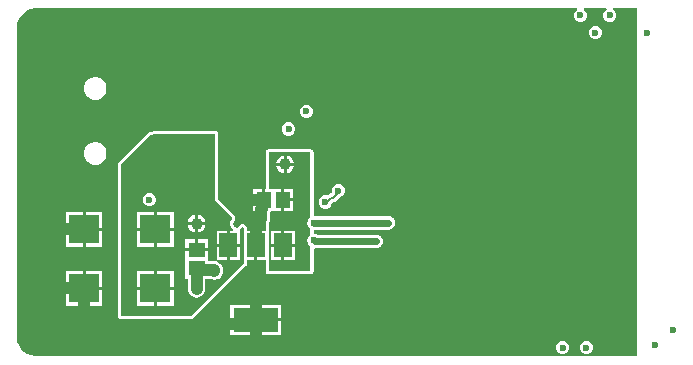
<source format=gbl>
G04*
G04 #@! TF.GenerationSoftware,Altium Limited,Altium Designer,22.10.1 (41)*
G04*
G04 Layer_Physical_Order=4*
G04 Layer_Color=16711680*
%FSLAX25Y25*%
%MOIN*%
G70*
G04*
G04 #@! TF.SameCoordinates,E8527AC8-6374-4482-B45D-AD16E201B1AE*
G04*
G04*
G04 #@! TF.FilePolarity,Positive*
G04*
G01*
G75*
%ADD24R,0.05118X0.05512*%
%ADD27C,0.03937*%
%ADD31C,0.03937*%
%ADD32C,0.00826*%
%ADD33C,0.02362*%
%ADD36C,0.02362*%
%ADD40R,0.05512X0.05118*%
%ADD41R,0.10039X0.09646*%
%ADD42R,0.05906X0.07874*%
%ADD43R,0.14961X0.07874*%
G36*
X357435Y109287D02*
X156805D01*
X155481Y109551D01*
X154234Y110067D01*
X153111Y110818D01*
X152156Y111772D01*
X151406Y112895D01*
X150889Y114142D01*
X150626Y115467D01*
Y116142D01*
Y218504D01*
Y219179D01*
X150889Y220503D01*
X151406Y221751D01*
X152156Y222873D01*
X153111Y223828D01*
X154234Y224578D01*
X155481Y225095D01*
X156805Y225358D01*
X337432D01*
X337531Y224858D01*
X337347Y224782D01*
X336734Y224169D01*
X336402Y223367D01*
Y222499D01*
X336734Y221698D01*
X337347Y221084D01*
X338149Y220752D01*
X339017D01*
X339818Y221084D01*
X340432Y221698D01*
X340764Y222499D01*
Y223367D01*
X340432Y224169D01*
X339818Y224782D01*
X339634Y224858D01*
X339733Y225358D01*
X347274D01*
X347374Y224858D01*
X347190Y224782D01*
X346576Y224169D01*
X346244Y223367D01*
Y222499D01*
X346576Y221698D01*
X347190Y221084D01*
X347991Y220752D01*
X348859D01*
X349661Y221084D01*
X350274Y221698D01*
X350606Y222499D01*
Y223367D01*
X350274Y224169D01*
X349661Y224782D01*
X349477Y224858D01*
X349576Y225358D01*
X357435D01*
Y109287D01*
D02*
G37*
%LPC*%
G36*
X343970Y219397D02*
X343103D01*
X342301Y219065D01*
X341687Y218451D01*
X341355Y217649D01*
Y216782D01*
X341687Y215980D01*
X342301Y215367D01*
X343103Y215035D01*
X343970D01*
X344772Y215367D01*
X345385Y215980D01*
X345717Y216782D01*
Y217649D01*
X345385Y218451D01*
X344772Y219065D01*
X343970Y219397D01*
D02*
G37*
G36*
X177345Y202378D02*
X176356D01*
X175401Y202122D01*
X174544Y201627D01*
X173845Y200928D01*
X173351Y200072D01*
X173094Y199117D01*
Y198128D01*
X173351Y197172D01*
X173845Y196316D01*
X174544Y195617D01*
X175401Y195122D01*
X176356Y194866D01*
X177345D01*
X178300Y195122D01*
X179157Y195617D01*
X179856Y196316D01*
X180350Y197172D01*
X180606Y198128D01*
Y199117D01*
X180350Y200072D01*
X179856Y200928D01*
X179157Y201627D01*
X178300Y202122D01*
X177345Y202378D01*
D02*
G37*
G36*
X247678Y193126D02*
X246810D01*
X246009Y192794D01*
X245395Y192180D01*
X245063Y191379D01*
Y190511D01*
X245395Y189709D01*
X246009Y189096D01*
X246810Y188764D01*
X247678D01*
X248480Y189096D01*
X249093Y189709D01*
X249425Y190511D01*
Y191379D01*
X249093Y192180D01*
X248480Y192794D01*
X247678Y193126D01*
D02*
G37*
G36*
X241772Y187221D02*
X240905D01*
X240103Y186888D01*
X239490Y186275D01*
X239158Y185473D01*
Y184606D01*
X239490Y183804D01*
X240103Y183190D01*
X240905Y182858D01*
X241772D01*
X242574Y183190D01*
X243188Y183804D01*
X243520Y184606D01*
Y185473D01*
X243188Y186275D01*
X242574Y186888D01*
X241772Y187221D01*
D02*
G37*
G36*
X177345Y180724D02*
X176356D01*
X175401Y180468D01*
X174544Y179974D01*
X173845Y179275D01*
X173351Y178418D01*
X173094Y177463D01*
Y176474D01*
X173351Y175519D01*
X173845Y174662D01*
X174544Y173963D01*
X175401Y173469D01*
X176356Y173213D01*
X177345D01*
X178300Y173469D01*
X179157Y173963D01*
X179856Y174662D01*
X180350Y175519D01*
X180606Y176474D01*
Y177463D01*
X180350Y178418D01*
X179856Y179275D01*
X179157Y179974D01*
X178300Y180468D01*
X177345Y180724D01*
D02*
G37*
G36*
X258308Y166710D02*
X257440D01*
X256639Y166378D01*
X256025Y165765D01*
X255693Y164963D01*
Y164095D01*
X255727Y164013D01*
X255401Y163595D01*
X255384D01*
X254833Y163485D01*
X254366Y163173D01*
X254366Y163173D01*
X254066Y162873D01*
X253977Y162909D01*
X253110D01*
X252308Y162577D01*
X251694Y161964D01*
X251362Y161162D01*
Y160294D01*
X251694Y159493D01*
X252308Y158879D01*
X253110Y158547D01*
X253977D01*
X254779Y158879D01*
X255392Y159493D01*
X255724Y160294D01*
Y160456D01*
X255981Y160713D01*
X256125D01*
X256125Y160713D01*
X256677Y160823D01*
X257144Y161135D01*
X258321Y162312D01*
X258321Y162312D01*
X258360Y162370D01*
X259109Y162680D01*
X259723Y163294D01*
X260055Y164095D01*
Y164963D01*
X259723Y165765D01*
X259109Y166378D01*
X258308Y166710D01*
D02*
G37*
G36*
X232571Y165173D02*
X229512D01*
Y161917D01*
X232571D01*
Y165173D01*
D02*
G37*
G36*
Y160917D02*
X229512D01*
Y157661D01*
X232571D01*
Y160917D01*
D02*
G37*
G36*
X179150Y157398D02*
X173630D01*
Y152075D01*
X179150D01*
Y157398D01*
D02*
G37*
G36*
X172630D02*
X167110D01*
Y152075D01*
X172630D01*
Y157398D01*
D02*
G37*
G36*
X248622Y178283D02*
X234646D01*
X234256Y178206D01*
X233925Y177985D01*
X233704Y177654D01*
X233626Y177264D01*
Y165173D01*
X233571D01*
Y161417D01*
Y157661D01*
X233777D01*
X234257Y157517D01*
X234258Y157517D01*
Y155579D01*
X234182Y155003D01*
X233986Y154529D01*
X233837Y154335D01*
X233778Y154215D01*
X233704Y154104D01*
X233691Y154038D01*
X233661Y153978D01*
X233652Y153845D01*
X233626Y153714D01*
Y151197D01*
X230815D01*
Y146260D01*
Y141323D01*
X233626D01*
Y137795D01*
X233704Y137405D01*
X233925Y137074D01*
X234256Y136853D01*
X234646Y136776D01*
X248622D01*
X249012Y136853D01*
X249343Y137074D01*
X249564Y137405D01*
X249642Y137795D01*
Y145104D01*
X250028Y145421D01*
X250063Y145414D01*
X250063Y145414D01*
X270571D01*
X270786Y145457D01*
X271005D01*
X271207Y145540D01*
X271422Y145583D01*
X271604Y145705D01*
X271806Y145789D01*
X271961Y145944D01*
X272143Y146065D01*
X272265Y146247D01*
X272420Y146402D01*
X272504Y146605D01*
X272625Y146787D01*
X272668Y147002D01*
X272752Y147204D01*
Y147423D01*
X272795Y147638D01*
X272752Y147853D01*
Y148072D01*
X272668Y148274D01*
X272625Y148489D01*
X272504Y148671D01*
X272420Y148873D01*
X272265Y149028D01*
X272143Y149210D01*
X271961Y149332D01*
X271806Y149487D01*
X271604Y149571D01*
X271422Y149692D01*
X271207Y149735D01*
X271005Y149819D01*
X270786D01*
X270571Y149862D01*
X250794D01*
X250647Y149960D01*
X250432Y150002D01*
X250230Y150086D01*
X250011D01*
X249796Y150129D01*
X249642Y150256D01*
Y151403D01*
X249793Y151527D01*
X274518D01*
X274518Y151527D01*
X275369Y151696D01*
X275754Y151953D01*
X275842Y151989D01*
X275909Y152056D01*
X276091Y152178D01*
X276179Y152266D01*
X276301Y152448D01*
X276455Y152603D01*
X276539Y152805D01*
X276661Y152988D01*
X276704Y153202D01*
X276787Y153405D01*
Y153624D01*
X276830Y153839D01*
X276787Y154053D01*
Y154272D01*
X276704Y154475D01*
X276661Y154690D01*
X276539Y154872D01*
X276455Y155074D01*
X276301Y155229D01*
X276179Y155411D01*
X275997Y155533D01*
X275842Y155688D01*
X275639Y155772D01*
X275457Y155893D01*
X275242Y155936D01*
X275040Y156020D01*
X274821D01*
X274606Y156062D01*
X274391Y156020D01*
X274172D01*
X274063Y155974D01*
X249793D01*
X249642Y156098D01*
Y177264D01*
X249564Y177654D01*
X249343Y177985D01*
X249012Y178206D01*
X248622Y178283D01*
D02*
G37*
G36*
X179150Y151075D02*
X173630D01*
Y145752D01*
X179150D01*
Y151075D01*
D02*
G37*
G36*
X172630D02*
X167110D01*
Y145752D01*
X172630D01*
Y151075D01*
D02*
G37*
G36*
X179150Y137713D02*
X173630D01*
Y132390D01*
X179150D01*
Y137713D01*
D02*
G37*
G36*
X172630D02*
X167110D01*
Y132390D01*
X172630D01*
Y137713D01*
D02*
G37*
G36*
X179150Y131390D02*
X173630D01*
Y126067D01*
X179150D01*
Y131390D01*
D02*
G37*
G36*
X172630D02*
X167110D01*
Y126067D01*
X172630D01*
Y131390D01*
D02*
G37*
G36*
X238795Y126394D02*
X230815D01*
Y121957D01*
X238795D01*
Y126394D01*
D02*
G37*
G36*
X229815D02*
X221835D01*
Y121957D01*
X229815D01*
Y126394D01*
D02*
G37*
G36*
X216929Y184386D02*
X196490D01*
X196100Y184308D01*
X195921Y184189D01*
X195408Y183976D01*
X195161D01*
X194771Y183899D01*
X194440Y183678D01*
X184810Y174048D01*
X184590Y173717D01*
X184512Y173327D01*
Y122638D01*
X184590Y122248D01*
X184810Y121917D01*
X185141Y121696D01*
X185531Y121618D01*
X208760Y121618D01*
X209150Y121696D01*
X209481Y121917D01*
X227099Y139535D01*
X227320Y139866D01*
X227397Y140256D01*
Y141323D01*
X229815D01*
Y146260D01*
Y151197D01*
X227397D01*
Y151968D01*
X227396Y151977D01*
X227397Y151987D01*
X227357Y152172D01*
X227320Y152358D01*
X227314Y152366D01*
X227312Y152376D01*
X227204Y152531D01*
X227099Y152688D01*
X227091Y152694D01*
X227085Y152702D01*
X226702Y153070D01*
X226622Y153122D01*
X226554Y153188D01*
X226456Y153228D01*
X226367Y153285D01*
X226273Y153301D01*
X226185Y153337D01*
X226079Y153336D01*
X225976Y153355D01*
X225882Y153334D01*
X225787Y153333D01*
X225656Y153306D01*
X225568Y153268D01*
X225475Y153250D01*
X225387Y153191D01*
X225290Y153150D01*
X225223Y153082D01*
X225144Y153029D01*
X224568Y152453D01*
X224548Y152441D01*
X224534Y152422D01*
X224514Y152408D01*
X224416Y152262D01*
X224312Y152120D01*
X224306Y152097D01*
X224293Y152077D01*
X224235Y152061D01*
X223862Y152075D01*
X223720Y152087D01*
X223652Y152188D01*
X223633Y152237D01*
X223592Y152279D01*
X223504Y152412D01*
X223501Y152414D01*
X223499Y152418D01*
X223031Y152885D01*
X222854Y153312D01*
Y153774D01*
X223031Y154201D01*
X223165Y154335D01*
X223166Y154337D01*
X223168Y154338D01*
X223276Y154502D01*
X223386Y154666D01*
X223387Y154668D01*
X223388Y154669D01*
X223425Y154862D01*
X223464Y155057D01*
X223464Y155058D01*
X223464Y155060D01*
X223462Y155756D01*
X223460Y155764D01*
X223462Y155772D01*
X223421Y155959D01*
X223383Y156146D01*
X223378Y156153D01*
X223376Y156161D01*
X223267Y156317D01*
X223161Y156476D01*
X223154Y156480D01*
X223149Y156487D01*
X217949Y161488D01*
Y183366D01*
X217871Y183756D01*
X217650Y184087D01*
X217319Y184308D01*
X216929Y184386D01*
D02*
G37*
G36*
X238795Y120957D02*
X230815D01*
Y116520D01*
X238795D01*
Y120957D01*
D02*
G37*
G36*
X229815D02*
X221835D01*
Y116520D01*
X229815D01*
Y120957D01*
D02*
G37*
G36*
X340985Y114386D02*
X340117D01*
X339316Y114054D01*
X338702Y113440D01*
X338370Y112639D01*
Y111771D01*
X338702Y110969D01*
X339316Y110356D01*
X340117Y110024D01*
X340985D01*
X341787Y110356D01*
X342400Y110969D01*
X342732Y111771D01*
Y112639D01*
X342400Y113440D01*
X341787Y114054D01*
X340985Y114386D01*
D02*
G37*
G36*
X333111D02*
X332243D01*
X331442Y114054D01*
X330828Y113440D01*
X330496Y112639D01*
Y111771D01*
X330828Y110969D01*
X331442Y110356D01*
X332243Y110024D01*
X333111D01*
X333913Y110356D01*
X334526Y110969D01*
X334858Y111771D01*
Y112639D01*
X334526Y113440D01*
X333913Y114054D01*
X333111Y114386D01*
D02*
G37*
%LPD*%
G36*
X248622Y155626D02*
X248557Y155600D01*
X248402Y155445D01*
X248220Y155323D01*
X248098Y155141D01*
X247943Y154986D01*
X247860Y154784D01*
X247738Y154602D01*
X247695Y154387D01*
X247611Y154184D01*
Y153965D01*
X247569Y153751D01*
X247611Y153536D01*
Y153317D01*
X247695Y153114D01*
X247738Y152900D01*
X247860Y152717D01*
X247943Y152515D01*
X248098Y152360D01*
X248220Y152178D01*
X248402Y152056D01*
X248557Y151901D01*
X248622Y151875D01*
Y149779D01*
X248561Y149754D01*
X248406Y149599D01*
X248223Y149477D01*
X248102Y149295D01*
X247947Y149141D01*
X247863Y148938D01*
X247741Y148756D01*
X247699Y148541D01*
X247615Y148339D01*
Y148120D01*
X247572Y147905D01*
X247615Y147690D01*
Y147471D01*
X247699Y147269D01*
X247741Y147054D01*
X247863Y146872D01*
X247947Y146669D01*
X248102Y146515D01*
X248223Y146333D01*
X248491Y146065D01*
X248491Y146065D01*
X248622Y145977D01*
Y137795D01*
X234646D01*
Y153714D01*
X234876Y154015D01*
X235088Y154525D01*
X235176Y154737D01*
X235278Y155512D01*
Y157517D01*
X235285Y157534D01*
X235338Y157661D01*
X238870D01*
Y161417D01*
Y165173D01*
X234646D01*
Y177264D01*
X248622D01*
Y155626D01*
D02*
G37*
%LPC*%
G36*
X240657Y176168D02*
Y173728D01*
X243097D01*
X242924Y174374D01*
X242533Y175051D01*
X241980Y175604D01*
X241303Y175995D01*
X240657Y176168D01*
D02*
G37*
G36*
X239657Y176168D02*
X239012Y175995D01*
X238335Y175604D01*
X237782Y175051D01*
X237391Y174374D01*
X237218Y173728D01*
X239657D01*
Y176168D01*
D02*
G37*
G36*
X243097Y172728D02*
X240657D01*
Y170289D01*
X241303Y170462D01*
X241980Y170853D01*
X242533Y171406D01*
X242924Y172082D01*
X243097Y172728D01*
D02*
G37*
G36*
X239657D02*
X237218D01*
X237391Y172082D01*
X237782Y171406D01*
X238335Y170853D01*
X239012Y170462D01*
X239657Y170289D01*
Y172728D01*
D02*
G37*
G36*
X242929Y165173D02*
X239870D01*
Y161917D01*
X242929D01*
Y165173D01*
D02*
G37*
G36*
Y160917D02*
X239870D01*
Y157661D01*
X242929D01*
Y160917D01*
D02*
G37*
G36*
X243323Y151197D02*
X239870D01*
Y146760D01*
X243323D01*
Y151197D01*
D02*
G37*
G36*
X238870D02*
X235417D01*
Y146760D01*
X238870D01*
Y151197D01*
D02*
G37*
G36*
X243323Y145760D02*
X239870D01*
Y141323D01*
X243323D01*
Y145760D01*
D02*
G37*
G36*
X238870D02*
X235417D01*
Y141323D01*
X238870D01*
Y145760D01*
D02*
G37*
%LPD*%
G36*
X216929Y161054D02*
X222442Y155752D01*
X222444Y155057D01*
X222167Y154779D01*
X221835Y153977D01*
Y153110D01*
X222167Y152308D01*
X222778Y151697D01*
X222778Y151682D01*
X222674Y151197D01*
X221760D01*
Y146760D01*
X225213D01*
Y151137D01*
X225213Y151197D01*
X225235Y151688D01*
X225251Y151694D01*
X225865Y152308D01*
X225996Y152335D01*
X226378Y151968D01*
Y151197D01*
X226362D01*
Y141323D01*
X226378D01*
Y140256D01*
X208760Y122638D01*
X185531Y122638D01*
Y173327D01*
X195161Y182957D01*
X195611D01*
X196413Y183289D01*
X196490Y183366D01*
X216929D01*
Y161054D01*
D02*
G37*
%LPC*%
G36*
X195316Y163598D02*
X194448D01*
X193646Y163266D01*
X193033Y162653D01*
X192701Y161851D01*
Y160984D01*
X193033Y160182D01*
X193646Y159568D01*
X194448Y159236D01*
X195316D01*
X196117Y159568D01*
X196731Y160182D01*
X197063Y160984D01*
Y161851D01*
X196731Y162653D01*
X196117Y163266D01*
X195316Y163598D01*
D02*
G37*
G36*
X211130Y156483D02*
Y154043D01*
X213569D01*
X213396Y154689D01*
X213005Y155366D01*
X212453Y155919D01*
X211776Y156309D01*
X211130Y156483D01*
D02*
G37*
G36*
X210130D02*
X209484Y156309D01*
X208807Y155919D01*
X208255Y155366D01*
X207864Y154689D01*
X207691Y154043D01*
X210130D01*
Y156483D01*
D02*
G37*
G36*
X202969Y157398D02*
X197449D01*
Y152075D01*
X202969D01*
Y157398D01*
D02*
G37*
G36*
X196449D02*
X190929D01*
Y152075D01*
X196449D01*
Y157398D01*
D02*
G37*
G36*
X213569Y153043D02*
X211130D01*
Y150604D01*
X211776Y150777D01*
X212453Y151168D01*
X213005Y151721D01*
X213396Y152398D01*
X213569Y153043D01*
D02*
G37*
G36*
X210130D02*
X207691D01*
X207864Y152398D01*
X208255Y151721D01*
X208807Y151168D01*
X209484Y150777D01*
X210130Y150604D01*
Y153043D01*
D02*
G37*
G36*
X220760Y151197D02*
X217307D01*
Y146760D01*
X220760D01*
Y151197D01*
D02*
G37*
G36*
X202969Y151075D02*
X197449D01*
Y145752D01*
X202969D01*
Y151075D01*
D02*
G37*
G36*
X196449D02*
X190929D01*
Y145752D01*
X196449D01*
Y151075D01*
D02*
G37*
G36*
X214386Y148441D02*
X211130D01*
Y145382D01*
X214386D01*
Y148441D01*
D02*
G37*
G36*
X210130D02*
X206874D01*
Y145382D01*
X210130D01*
Y148441D01*
D02*
G37*
G36*
X225213Y145760D02*
X221760D01*
Y141323D01*
X225213D01*
Y145760D01*
D02*
G37*
G36*
X220760D02*
X217307D01*
Y141323D01*
X220760D01*
Y145760D01*
D02*
G37*
G36*
X214386Y144382D02*
X206874D01*
Y141323D01*
Y135024D01*
X207636D01*
Y131874D01*
X207738Y131099D01*
X208037Y130377D01*
X208513Y129757D01*
X209133Y129281D01*
X209855Y128982D01*
X210630Y128880D01*
X211405Y128982D01*
X212127Y129281D01*
X212747Y129757D01*
X213223Y130377D01*
X213522Y131099D01*
X213624Y131874D01*
Y134998D01*
X215532D01*
X215760Y134903D01*
X216535Y134801D01*
X217310Y134903D01*
X218033Y135202D01*
X218653Y135678D01*
X219128Y136298D01*
X219427Y137020D01*
X219530Y137795D01*
X219427Y138570D01*
X219128Y139292D01*
X218653Y139912D01*
X218456Y140109D01*
X217836Y140585D01*
X217113Y140884D01*
X216339Y140986D01*
X214386D01*
Y141323D01*
Y144382D01*
D02*
G37*
G36*
X202969Y137713D02*
X197449D01*
Y132390D01*
X202969D01*
Y137713D01*
D02*
G37*
G36*
X196449D02*
X190929D01*
Y132390D01*
X196449D01*
Y137713D01*
D02*
G37*
G36*
X202969Y131390D02*
X197449D01*
Y126067D01*
X202969D01*
Y131390D01*
D02*
G37*
G36*
X196449D02*
X190929D01*
Y126067D01*
X196449D01*
Y131390D01*
D02*
G37*
%LPD*%
D24*
X233071Y161417D02*
D03*
X239370D02*
D03*
D27*
X240158Y173228D02*
D03*
X210630Y153543D02*
D03*
D31*
X230315D02*
X232283Y155512D01*
Y158324D01*
X226378Y161417D02*
X233071D01*
X230315Y121457D02*
Y127953D01*
X228937Y120079D02*
X230315Y121457D01*
X218504Y120079D02*
X228937D01*
X230315Y114173D02*
Y121457D01*
X232283Y158324D02*
X232480Y158520D01*
Y160827D01*
X233071Y161417D01*
X230315Y146260D02*
Y153543D01*
X210630Y138583D02*
X211221Y137992D01*
X216339D01*
X216535Y137795D01*
X210630Y131874D02*
Y138583D01*
X173130Y122146D02*
X173228Y122047D01*
X173130Y122146D02*
Y131890D01*
X163386D02*
X173130D01*
X163386Y151575D02*
X173130D01*
D32*
X255384Y162154D02*
X256125D01*
X253543Y160728D02*
X253959D01*
X256125Y162154D02*
X257302Y163331D01*
X253959Y160728D02*
X255384Y162154D01*
X257302Y163542D02*
X257874Y164114D01*
Y164529D01*
X257302Y163331D02*
Y163542D01*
D33*
X249793Y153751D02*
X274518D01*
X274606Y153839D01*
X250063Y147638D02*
X270571D01*
X249796Y147905D02*
X250063Y147638D01*
D36*
X360728Y216929D02*
D03*
X249796Y147905D02*
D03*
X253543Y160728D02*
D03*
X257283Y141634D02*
D03*
X245965Y156988D02*
D03*
X245768Y141831D02*
D03*
X246161Y161417D02*
D03*
X242618Y167913D02*
D03*
X236221Y168012D02*
D03*
X214173Y185630D02*
D03*
X195177Y185138D02*
D03*
Y179724D02*
D03*
X311122Y179134D02*
D03*
X346457Y188976D02*
D03*
Y173228D02*
D03*
Y157480D02*
D03*
X330709D02*
D03*
Y141732D02*
D03*
X314961Y220472D02*
D03*
Y157480D02*
D03*
Y141732D02*
D03*
X299213Y220472D02*
D03*
Y188976D02*
D03*
Y157480D02*
D03*
Y141732D02*
D03*
X283465Y220472D02*
D03*
Y188976D02*
D03*
Y173228D02*
D03*
Y141732D02*
D03*
X267717Y220472D02*
D03*
X251969D02*
D03*
Y204724D02*
D03*
Y141732D02*
D03*
Y125984D02*
D03*
X236220Y220472D02*
D03*
Y204724D02*
D03*
Y188976D02*
D03*
X220472Y220472D02*
D03*
Y204724D02*
D03*
Y188976D02*
D03*
Y173228D02*
D03*
Y125984D02*
D03*
X204724Y220472D02*
D03*
Y204724D02*
D03*
X188976D02*
D03*
Y188976D02*
D03*
X173228Y204724D02*
D03*
Y188976D02*
D03*
X157480Y220472D02*
D03*
Y204724D02*
D03*
Y188976D02*
D03*
Y173228D02*
D03*
Y157480D02*
D03*
Y125984D02*
D03*
X224016Y153543D02*
D03*
X274606Y153839D02*
D03*
X249793Y153751D02*
D03*
X322835Y163386D02*
D03*
X316929D02*
D03*
X312992Y167323D02*
D03*
X328740Y163386D02*
D03*
X256890Y157677D02*
D03*
X257874Y164529D02*
D03*
X255020Y166437D02*
D03*
X316929Y183071D02*
D03*
X322835D02*
D03*
X312992Y173228D02*
D03*
X328740Y183071D02*
D03*
X194882Y161417D02*
D03*
X270571Y147638D02*
D03*
X354331Y127953D02*
D03*
X194882Y113287D02*
D03*
X208563Y113386D02*
D03*
X213984Y180012D02*
D03*
X363484Y112894D02*
D03*
X369390Y118110D02*
D03*
X267717Y141732D02*
D03*
X241339Y185039D02*
D03*
X247244Y190945D02*
D03*
X332677Y112205D02*
D03*
X340551D02*
D03*
X332677Y179134D02*
D03*
Y173228D02*
D03*
Y167323D02*
D03*
X226378Y161417D02*
D03*
X354331Y139764D02*
D03*
X167323Y118110D02*
D03*
X251969D02*
D03*
X230315Y127953D02*
D03*
X218504Y120079D02*
D03*
X230315Y114173D02*
D03*
Y153543D02*
D03*
X216535Y137795D02*
D03*
X210630Y131874D02*
D03*
X173228Y122047D02*
D03*
X163386Y131890D02*
D03*
Y151575D02*
D03*
Y161417D02*
D03*
Y214567D02*
D03*
X194882D02*
D03*
X179134Y223410D02*
D03*
X343536Y217216D02*
D03*
X326772Y217028D02*
D03*
X332677Y222933D02*
D03*
X338583D02*
D03*
X354331D02*
D03*
X348425D02*
D03*
D40*
X210630Y138583D02*
D03*
Y144882D02*
D03*
D41*
X196949Y151575D02*
D03*
X173130D02*
D03*
X196949Y131890D02*
D03*
X173130D02*
D03*
D42*
X221260Y146260D02*
D03*
X230315D02*
D03*
X239370D02*
D03*
D43*
X230315Y121457D02*
D03*
M02*

</source>
